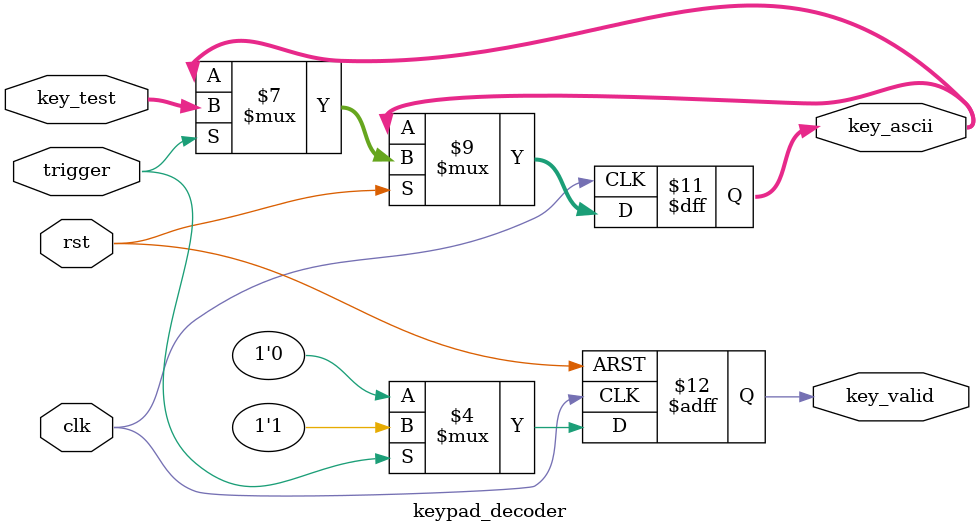
<source format=v>
`timescale 1ns / 1ps


module keypad_decoder (
    input clk,
    input rst,
    input [7:0] key_test,
    input trigger,
    output reg [7:0] key_ascii,
    output reg key_valid
);
    always @(posedge clk or negedge rst) begin
        if (!rst) begin
            key_valid <= 0;
        end else begin
            if (trigger) begin
                key_ascii <= key_test;
                key_valid <= 1;
            end else begin
                key_valid <= 0;
            end
        end
    end
endmodule

</source>
